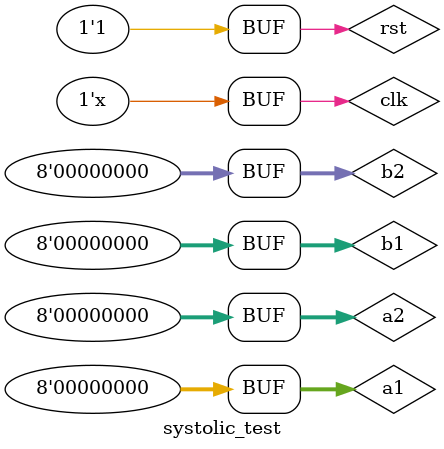
<source format=v>
`timescale 1ns / 1ps


module systolic_test();
reg  clk,rst;
reg [7:0]a1,b1,a2,b2;
wire [14:0] c11,c12,c21,c22;
wire done;
initial clk=0;
always #5clk=~clk;
systolic_2x2 uut(clk,rst,a1,b1,a2,b2,c11,c12,c21,c22,done);

initial begin
rst=0;
#30 rst=1;
    a1=1;a2=0;
    b1=5;b2=0;
#10 a1=2;a2=3;
    b1=7;b2=6;
#10 a1=0;a2=4;
    b1=0;b2=8;
#10 a1=0;a2=0;
    b1=0;b2=0;

end
endmodule

</source>
